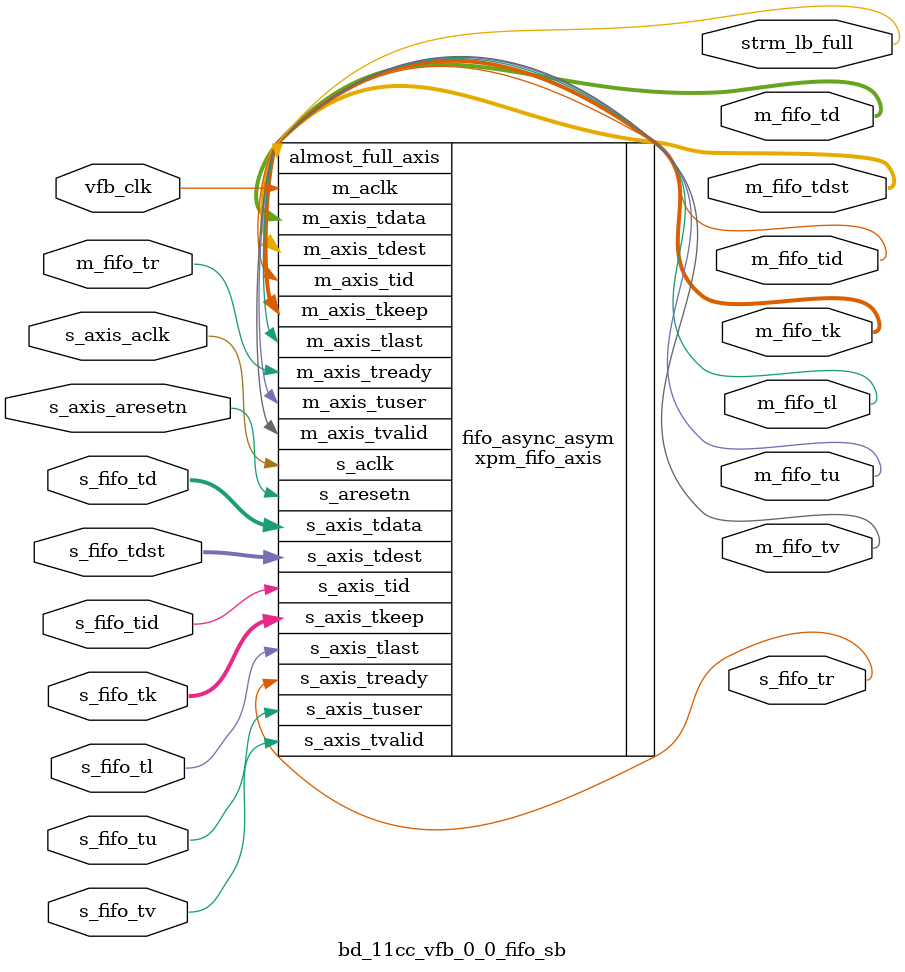
<source format=v>
`timescale 1ps/1ps
module bd_11cc_vfb_0_0_fifo_sb (
  input            s_axis_aclk    ,

  input         s_axis_aresetn ,
  input            vfb_clk        ,
  output    s_fifo_tr      ,
  input     s_fifo_tv      ,
  input      [64-1:0]  s_fifo_td      ,
  input      s_fifo_tid    ,   
  input      [1-1:0]  s_fifo_tu      ,
  input [9:0]      s_fifo_tdst      ,
  input      [8-1:0] s_fifo_tk      ,
  input      s_fifo_tl      ,
  input     m_fifo_tr      ,
  output     m_fifo_tv      ,
  output   [64-1:0]   m_fifo_td      ,
  output      m_fifo_tid    ,   
  output [9:0]    m_fifo_tdst    ,   
  output   [1-1:0]  m_fifo_tu      ,
  output    [8-1:0] m_fifo_tk      ,
  output      m_fifo_tl     , 
  output  strm_lb_full   
);

xpm_fifo_axis#(
      .CLOCKING_MODE("independent_clock"), // String
      .ECC_MODE("no_ecc"),            // String
      .FIFO_DEPTH(2048),              // DECIMAL
      .FIFO_MEMORY_TYPE("block"),      // String
      .PACKET_FIFO("false"),          // String
      .PROG_EMPTY_THRESH(10),         // DECIMAL
      .PROG_FULL_THRESH(2043),          // DECIMAL
      .RD_DATA_COUNT_WIDTH(1),        // DECIMAL
      .RELATED_CLOCKS(0),             // DECIMAL
      .SIM_ASSERT_CHK(0),             // DECIMAL; 0=disable simulation messages, 1=enable simulation messages
      .TDATA_WIDTH(64),               // DECIMAL
      .TDEST_WIDTH(10),                // DECIMAL
      .TID_WIDTH(1),                  // DECIMAL
      .TUSER_WIDTH(1),                // DECIMAL
      .USE_ADV_FEATURES("1000"),      // String
      .WR_DATA_COUNT_WIDTH(1)         // DECIMAL
 ) fifo_async_asym(
  .s_aclk            (s_axis_aclk    ),
  .s_aresetn         (s_axis_aresetn ),
  .m_aclk            (vfb_clk        ),
  .s_axis_tready     (s_fifo_tr      ),
  .s_axis_tvalid     (s_fifo_tv      ),
  .s_axis_tdata      (s_fifo_td      ),
  .s_axis_tid      ( s_fifo_tid      ),
  .s_axis_tuser      (s_fifo_tu      ),
  .s_axis_tdest      (s_fifo_tdst      ),
  .s_axis_tkeep      (s_fifo_tk      ),
  .s_axis_tlast      (s_fifo_tl      ),
  .m_axis_tready     (m_fifo_tr      ),
  .m_axis_tvalid     (m_fifo_tv      ),
  .m_axis_tdata      (m_fifo_td      ),
  .m_axis_tid        (m_fifo_tid      ),
  .m_axis_tdest      (m_fifo_tdst     ),
  .m_axis_tuser      (m_fifo_tu      ),
  .m_axis_tkeep      (m_fifo_tk      ),
  .m_axis_tlast      (m_fifo_tl      ),
  .almost_full_axis  (strm_lb_full   )
);
endmodule

</source>
